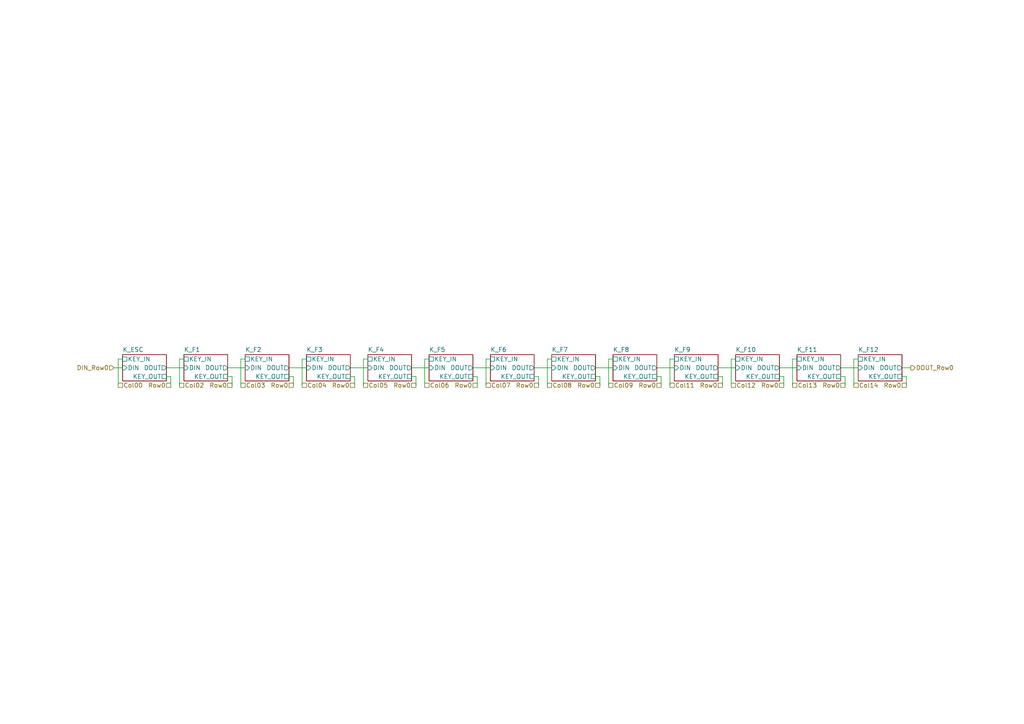
<source format=kicad_sch>
(kicad_sch
	(version 20250114)
	(generator "eeschema")
	(generator_version "9.0")
	(uuid "61007514-8ee9-4d93-bcbe-ed76de1ac2da")
	(paper "A4")
	(lib_symbols)
	(wire
		(pts
			(xy 209.55 109.22) (xy 209.55 111.76)
		)
		(stroke
			(width 0)
			(type default)
		)
		(uuid "058bc06c-b0ef-42a9-b44a-c28fd4d57a7f")
	)
	(wire
		(pts
			(xy 191.77 109.22) (xy 191.77 111.76)
		)
		(stroke
			(width 0)
			(type default)
		)
		(uuid "08b4944c-4101-4796-a787-faa543027d3a")
	)
	(wire
		(pts
			(xy 119.38 106.68) (xy 124.46 106.68)
		)
		(stroke
			(width 0)
			(type default)
		)
		(uuid "1458c1cc-852b-4f47-8d23-86fc4bfdae18")
	)
	(wire
		(pts
			(xy 49.53 109.22) (xy 49.53 111.76)
		)
		(stroke
			(width 0)
			(type default)
		)
		(uuid "160e3c62-2bf4-42bd-8bc6-5a2a1168e6a3")
	)
	(wire
		(pts
			(xy 212.09 104.14) (xy 213.36 104.14)
		)
		(stroke
			(width 0)
			(type default)
		)
		(uuid "1884bfdd-088a-4bfa-a8bc-efaf6410d2bf")
	)
	(wire
		(pts
			(xy 66.04 109.22) (xy 67.31 109.22)
		)
		(stroke
			(width 0)
			(type default)
		)
		(uuid "1b4037f6-1efa-4880-86e1-8c99af29670c")
	)
	(wire
		(pts
			(xy 194.31 104.14) (xy 195.58 104.14)
		)
		(stroke
			(width 0)
			(type default)
		)
		(uuid "1c7275dc-a298-4c92-8382-22d015405884")
	)
	(wire
		(pts
			(xy 48.26 109.22) (xy 49.53 109.22)
		)
		(stroke
			(width 0)
			(type default)
		)
		(uuid "2043878e-6c21-44a1-8df0-2b166c11432e")
	)
	(wire
		(pts
			(xy 83.82 109.22) (xy 85.09 109.22)
		)
		(stroke
			(width 0)
			(type default)
		)
		(uuid "24a05548-5aa3-4738-a15a-8539ac129a22")
	)
	(wire
		(pts
			(xy 212.09 104.14) (xy 212.09 111.76)
		)
		(stroke
			(width 0)
			(type default)
		)
		(uuid "2ad89ffe-8fa8-4966-aee0-5531914d8422")
	)
	(wire
		(pts
			(xy 261.62 109.22) (xy 262.89 109.22)
		)
		(stroke
			(width 0)
			(type default)
		)
		(uuid "2bce3b97-29f3-45de-b285-b6b8d7e3c560")
	)
	(wire
		(pts
			(xy 261.62 106.68) (xy 264.16 106.68)
		)
		(stroke
			(width 0)
			(type default)
		)
		(uuid "2facf3c9-928c-46a4-951f-5b91bc78a282")
	)
	(wire
		(pts
			(xy 226.06 109.22) (xy 227.33 109.22)
		)
		(stroke
			(width 0)
			(type default)
		)
		(uuid "3177d49f-d970-412a-a208-e805e2b14050")
	)
	(wire
		(pts
			(xy 140.97 104.14) (xy 140.97 111.76)
		)
		(stroke
			(width 0)
			(type default)
		)
		(uuid "3b337413-7ade-4494-99d1-f2d1a25181f5")
	)
	(wire
		(pts
			(xy 190.5 106.68) (xy 195.58 106.68)
		)
		(stroke
			(width 0)
			(type default)
		)
		(uuid "41ba9f42-63a2-4516-9934-aa812a64ea86")
	)
	(wire
		(pts
			(xy 247.65 104.14) (xy 248.92 104.14)
		)
		(stroke
			(width 0)
			(type default)
		)
		(uuid "429d45a9-d8d3-4483-a3a0-023367fec460")
	)
	(wire
		(pts
			(xy 245.11 109.22) (xy 245.11 111.76)
		)
		(stroke
			(width 0)
			(type default)
		)
		(uuid "439bfb2a-58f1-44b1-97bd-7f90b975eca8")
	)
	(wire
		(pts
			(xy 102.87 109.22) (xy 102.87 111.76)
		)
		(stroke
			(width 0)
			(type default)
		)
		(uuid "479168ff-7551-42ed-86ee-4da9c0e2ca17")
	)
	(wire
		(pts
			(xy 34.29 104.14) (xy 34.29 111.76)
		)
		(stroke
			(width 0)
			(type default)
		)
		(uuid "4a2e4365-4873-44a9-b217-fae43c2b3adb")
	)
	(wire
		(pts
			(xy 262.89 109.22) (xy 262.89 111.76)
		)
		(stroke
			(width 0)
			(type default)
		)
		(uuid "4baadaed-e328-43de-85cb-36653baea655")
	)
	(wire
		(pts
			(xy 172.72 109.22) (xy 173.99 109.22)
		)
		(stroke
			(width 0)
			(type default)
		)
		(uuid "4eab8ecd-e8de-42ef-b776-1c15e8947c6b")
	)
	(wire
		(pts
			(xy 69.85 104.14) (xy 69.85 111.76)
		)
		(stroke
			(width 0)
			(type default)
		)
		(uuid "5086b662-6b72-4ba1-b45e-5ed241f74c95")
	)
	(wire
		(pts
			(xy 140.97 104.14) (xy 142.24 104.14)
		)
		(stroke
			(width 0)
			(type default)
		)
		(uuid "516c670f-83dc-4aa2-9ab1-213e74707b0b")
	)
	(wire
		(pts
			(xy 229.87 104.14) (xy 231.14 104.14)
		)
		(stroke
			(width 0)
			(type default)
		)
		(uuid "54617d4c-7b4c-462c-802f-c492b41fd1c7")
	)
	(wire
		(pts
			(xy 120.65 109.22) (xy 120.65 111.76)
		)
		(stroke
			(width 0)
			(type default)
		)
		(uuid "547de19c-d293-4612-b6ef-8eda5a0cb3e9")
	)
	(wire
		(pts
			(xy 87.63 104.14) (xy 88.9 104.14)
		)
		(stroke
			(width 0)
			(type default)
		)
		(uuid "5b67ec1d-cc8f-4768-91d8-63cc4f769bee")
	)
	(wire
		(pts
			(xy 173.99 109.22) (xy 173.99 111.76)
		)
		(stroke
			(width 0)
			(type default)
		)
		(uuid "636730ec-eee0-4f0b-b657-a228ad7ef812")
	)
	(wire
		(pts
			(xy 158.75 104.14) (xy 160.02 104.14)
		)
		(stroke
			(width 0)
			(type default)
		)
		(uuid "65b335f6-211b-417a-9f1e-93e02c5233fd")
	)
	(wire
		(pts
			(xy 66.04 106.68) (xy 71.12 106.68)
		)
		(stroke
			(width 0)
			(type default)
		)
		(uuid "67a6ed52-dd90-4ce7-b6a0-396f2dfa569d")
	)
	(wire
		(pts
			(xy 227.33 109.22) (xy 227.33 111.76)
		)
		(stroke
			(width 0)
			(type default)
		)
		(uuid "6819d971-3f99-4b5f-8794-1ac59847774f")
	)
	(wire
		(pts
			(xy 52.07 104.14) (xy 53.34 104.14)
		)
		(stroke
			(width 0)
			(type default)
		)
		(uuid "6e7f9d51-2f7b-4e9b-96fd-205a75eb2bc5")
	)
	(wire
		(pts
			(xy 123.19 104.14) (xy 123.19 111.76)
		)
		(stroke
			(width 0)
			(type default)
		)
		(uuid "6ebc34c3-dab5-4983-ba28-837c214268f2")
	)
	(wire
		(pts
			(xy 105.41 104.14) (xy 105.41 111.76)
		)
		(stroke
			(width 0)
			(type default)
		)
		(uuid "7037ef29-5170-4db7-bbc4-2f7f1dbad217")
	)
	(wire
		(pts
			(xy 34.29 104.14) (xy 35.56 104.14)
		)
		(stroke
			(width 0)
			(type default)
		)
		(uuid "73672ebe-fe76-46ed-ace7-bf472e4c279b")
	)
	(wire
		(pts
			(xy 33.02 106.68) (xy 35.56 106.68)
		)
		(stroke
			(width 0)
			(type default)
		)
		(uuid "742e44c1-bac6-499c-82e7-1774fcb4494b")
	)
	(wire
		(pts
			(xy 156.21 109.22) (xy 156.21 111.76)
		)
		(stroke
			(width 0)
			(type default)
		)
		(uuid "74532ed6-8fed-41e9-befe-077929debde3")
	)
	(wire
		(pts
			(xy 138.43 109.22) (xy 138.43 111.76)
		)
		(stroke
			(width 0)
			(type default)
		)
		(uuid "7e3b710f-263a-446e-b166-d57ed3bbdfa5")
	)
	(wire
		(pts
			(xy 87.63 104.14) (xy 87.63 111.76)
		)
		(stroke
			(width 0)
			(type default)
		)
		(uuid "7f216ee8-5868-4287-8244-93a0b13fd80b")
	)
	(wire
		(pts
			(xy 176.53 104.14) (xy 176.53 111.76)
		)
		(stroke
			(width 0)
			(type default)
		)
		(uuid "7f8a3cad-d4da-4eda-bcf7-fa027bef44fc")
	)
	(wire
		(pts
			(xy 176.53 104.14) (xy 177.8 104.14)
		)
		(stroke
			(width 0)
			(type default)
		)
		(uuid "8953d015-254c-4c81-872a-0749b1b1a9ea")
	)
	(wire
		(pts
			(xy 101.6 109.22) (xy 102.87 109.22)
		)
		(stroke
			(width 0)
			(type default)
		)
		(uuid "90fa5091-4c42-47b9-a415-b3c308b676d9")
	)
	(wire
		(pts
			(xy 154.94 106.68) (xy 160.02 106.68)
		)
		(stroke
			(width 0)
			(type default)
		)
		(uuid "938acc20-4c52-4cba-8908-35d35c436f7c")
	)
	(wire
		(pts
			(xy 208.28 109.22) (xy 209.55 109.22)
		)
		(stroke
			(width 0)
			(type default)
		)
		(uuid "9547dc2b-fa2a-4de3-a785-885cee9b1c6e")
	)
	(wire
		(pts
			(xy 69.85 104.14) (xy 71.12 104.14)
		)
		(stroke
			(width 0)
			(type default)
		)
		(uuid "99a8df45-20e9-489a-8086-9710d229e005")
	)
	(wire
		(pts
			(xy 172.72 106.68) (xy 177.8 106.68)
		)
		(stroke
			(width 0)
			(type default)
		)
		(uuid "a4d12e1d-de82-42d6-8955-9d08b8124639")
	)
	(wire
		(pts
			(xy 105.41 104.14) (xy 106.68 104.14)
		)
		(stroke
			(width 0)
			(type default)
		)
		(uuid "aa5989d0-c0cb-4a9c-b98a-9e78d4413829")
	)
	(wire
		(pts
			(xy 137.16 109.22) (xy 138.43 109.22)
		)
		(stroke
			(width 0)
			(type default)
		)
		(uuid "ad0ca6d1-27e5-4012-9359-e00319f49e11")
	)
	(wire
		(pts
			(xy 158.75 104.14) (xy 158.75 111.76)
		)
		(stroke
			(width 0)
			(type default)
		)
		(uuid "ae6e3e1c-c3ff-4e10-a06b-4a0370244e9b")
	)
	(wire
		(pts
			(xy 226.06 106.68) (xy 231.14 106.68)
		)
		(stroke
			(width 0)
			(type default)
		)
		(uuid "b2fbe5dd-11bf-4f10-9876-67c264ced93d")
	)
	(wire
		(pts
			(xy 48.26 106.68) (xy 53.34 106.68)
		)
		(stroke
			(width 0)
			(type default)
		)
		(uuid "bd503f01-aed3-4e25-add8-c49318220b27")
	)
	(wire
		(pts
			(xy 137.16 106.68) (xy 142.24 106.68)
		)
		(stroke
			(width 0)
			(type default)
		)
		(uuid "be9d9fb4-4b07-464a-9a0e-73a4eecbeeba")
	)
	(wire
		(pts
			(xy 83.82 106.68) (xy 88.9 106.68)
		)
		(stroke
			(width 0)
			(type default)
		)
		(uuid "c778b205-3c17-4d2d-b931-293bbebe16b6")
	)
	(wire
		(pts
			(xy 119.38 109.22) (xy 120.65 109.22)
		)
		(stroke
			(width 0)
			(type default)
		)
		(uuid "c8ccf5e3-6863-41c0-9ac7-fcb1fe74f15e")
	)
	(wire
		(pts
			(xy 67.31 109.22) (xy 67.31 111.76)
		)
		(stroke
			(width 0)
			(type default)
		)
		(uuid "d0db5268-14c3-48a8-9b26-6e735f6eb3e3")
	)
	(wire
		(pts
			(xy 52.07 104.14) (xy 52.07 111.76)
		)
		(stroke
			(width 0)
			(type default)
		)
		(uuid "d354cc39-fb98-47ca-b215-648172761b6c")
	)
	(wire
		(pts
			(xy 243.84 106.68) (xy 248.92 106.68)
		)
		(stroke
			(width 0)
			(type default)
		)
		(uuid "d468dd25-e126-48ff-b2d1-4b0c7ad3983a")
	)
	(wire
		(pts
			(xy 101.6 106.68) (xy 106.68 106.68)
		)
		(stroke
			(width 0)
			(type default)
		)
		(uuid "d642ebc2-3968-4840-b950-194873934582")
	)
	(wire
		(pts
			(xy 194.31 104.14) (xy 194.31 111.76)
		)
		(stroke
			(width 0)
			(type default)
		)
		(uuid "dc57eb1e-cf66-4bae-9428-be363201bf02")
	)
	(wire
		(pts
			(xy 154.94 109.22) (xy 156.21 109.22)
		)
		(stroke
			(width 0)
			(type default)
		)
		(uuid "e188f1dd-25a0-4efc-ba64-ae7b9388e651")
	)
	(wire
		(pts
			(xy 247.65 104.14) (xy 247.65 111.76)
		)
		(stroke
			(width 0)
			(type default)
		)
		(uuid "e1c90694-a169-462b-a35b-34b8496f8467")
	)
	(wire
		(pts
			(xy 85.09 109.22) (xy 85.09 111.76)
		)
		(stroke
			(width 0)
			(type default)
		)
		(uuid "e8abf52f-d557-49bb-abad-7b70090d3d3c")
	)
	(wire
		(pts
			(xy 243.84 109.22) (xy 245.11 109.22)
		)
		(stroke
			(width 0)
			(type default)
		)
		(uuid "ea2a6f48-4441-4e0f-9e95-4ab5f82139a0")
	)
	(wire
		(pts
			(xy 229.87 104.14) (xy 229.87 111.76)
		)
		(stroke
			(width 0)
			(type default)
		)
		(uuid "ec1026d5-00c9-4f26-972e-3819a9e30055")
	)
	(wire
		(pts
			(xy 123.19 104.14) (xy 124.46 104.14)
		)
		(stroke
			(width 0)
			(type default)
		)
		(uuid "ecacbdce-4fce-475e-9544-03c887aa3db3")
	)
	(wire
		(pts
			(xy 190.5 109.22) (xy 191.77 109.22)
		)
		(stroke
			(width 0)
			(type default)
		)
		(uuid "f6098716-98a5-45d0-b3eb-57f215f9aca8")
	)
	(wire
		(pts
			(xy 208.28 106.68) (xy 213.36 106.68)
		)
		(stroke
			(width 0)
			(type default)
		)
		(uuid "f9293a6c-1e20-4335-bff8-0fcfda7e742c")
	)
	(hierarchical_label "Col12"
		(shape passive)
		(at 212.09 111.76 0)
		(effects
			(font
				(size 1.27 1.27)
			)
			(justify left)
		)
		(uuid "076f1447-1f97-4635-887b-fb503b9afc9d")
	)
	(hierarchical_label "Row0"
		(shape passive)
		(at 262.89 111.76 180)
		(effects
			(font
				(size 1.27 1.27)
			)
			(justify right)
		)
		(uuid "0e87c50c-b4ec-48f8-b1f0-261521774062")
	)
	(hierarchical_label "Col02"
		(shape passive)
		(at 52.07 111.76 0)
		(effects
			(font
				(size 1.27 1.27)
			)
			(justify left)
		)
		(uuid "14ee2a19-2d77-4e2d-a16f-12b528e50bbf")
	)
	(hierarchical_label "Row0"
		(shape passive)
		(at 138.43 111.76 180)
		(effects
			(font
				(size 1.27 1.27)
			)
			(justify right)
		)
		(uuid "261d499c-6942-4c15-9191-22f7d8911bf5")
	)
	(hierarchical_label "Col03"
		(shape passive)
		(at 69.85 111.76 0)
		(effects
			(font
				(size 1.27 1.27)
			)
			(justify left)
		)
		(uuid "2894c0e1-c93b-4e3c-88a6-384b905783eb")
	)
	(hierarchical_label "Row0"
		(shape passive)
		(at 156.21 111.76 180)
		(effects
			(font
				(size 1.27 1.27)
			)
			(justify right)
		)
		(uuid "3127256c-6d84-46d1-810d-478e3bb7d127")
	)
	(hierarchical_label "Row0"
		(shape passive)
		(at 85.09 111.76 180)
		(effects
			(font
				(size 1.27 1.27)
			)
			(justify right)
		)
		(uuid "3a32b70f-0c84-4a7c-bf22-cdcf8f59c37b")
	)
	(hierarchical_label "Col00"
		(shape passive)
		(at 34.29 111.76 0)
		(effects
			(font
				(size 1.27 1.27)
			)
			(justify left)
		)
		(uuid "4a55307b-1225-4cb7-a919-668d2703cf78")
	)
	(hierarchical_label "Col13"
		(shape passive)
		(at 229.87 111.76 0)
		(effects
			(font
				(size 1.27 1.27)
			)
			(justify left)
		)
		(uuid "524b62cf-6d49-40fa-9ae5-6fda1b79d09d")
	)
	(hierarchical_label "Row0"
		(shape passive)
		(at 49.53 111.76 180)
		(effects
			(font
				(size 1.27 1.27)
			)
			(justify right)
		)
		(uuid "6d7171f7-ea19-4d75-b79a-70ac31cc4883")
	)
	(hierarchical_label "Col06"
		(shape passive)
		(at 123.19 111.76 0)
		(effects
			(font
				(size 1.27 1.27)
			)
			(justify left)
		)
		(uuid "6f2e1784-f2d5-4858-a3b3-facf54731e22")
	)
	(hierarchical_label "Row0"
		(shape passive)
		(at 245.11 111.76 180)
		(effects
			(font
				(size 1.27 1.27)
			)
			(justify right)
		)
		(uuid "754d6852-4ef3-48f2-9f66-ce0203ad44ec")
	)
	(hierarchical_label "Row0"
		(shape passive)
		(at 102.87 111.76 180)
		(effects
			(font
				(size 1.27 1.27)
			)
			(justify right)
		)
		(uuid "868b7d34-f5c8-4e63-b567-50dbba84c707")
	)
	(hierarchical_label "Row0"
		(shape passive)
		(at 173.99 111.76 180)
		(effects
			(font
				(size 1.27 1.27)
			)
			(justify right)
		)
		(uuid "8eb9d8ab-c360-4ead-a7bb-2b1b77891de6")
	)
	(hierarchical_label "DIN_Row0"
		(shape input)
		(at 33.02 106.68 180)
		(effects
			(font
				(size 1.27 1.27)
			)
			(justify right)
		)
		(uuid "b3187ec6-52ca-4dee-a219-a6ae5c86bbb5")
	)
	(hierarchical_label "Col08"
		(shape passive)
		(at 158.75 111.76 0)
		(effects
			(font
				(size 1.27 1.27)
			)
			(justify left)
		)
		(uuid "bdd649ea-775e-4fa6-beab-1345ae2e0a9b")
	)
	(hierarchical_label "Col11"
		(shape passive)
		(at 194.31 111.76 0)
		(effects
			(font
				(size 1.27 1.27)
			)
			(justify left)
		)
		(uuid "c0021d37-c0b3-4b41-b1ac-50f9e60c1075")
	)
	(hierarchical_label "Row0"
		(shape passive)
		(at 67.31 111.76 180)
		(effects
			(font
				(size 1.27 1.27)
			)
			(justify right)
		)
		(uuid "c6334eaf-0bd7-49f8-8403-80f85b5f0b9a")
	)
	(hierarchical_label "Col07"
		(shape passive)
		(at 140.97 111.76 0)
		(effects
			(font
				(size 1.27 1.27)
			)
			(justify left)
		)
		(uuid "c95bc58a-3014-44e9-b1fd-e15a97bec035")
	)
	(hierarchical_label "Col04"
		(shape passive)
		(at 87.63 111.76 0)
		(effects
			(font
				(size 1.27 1.27)
			)
			(justify left)
		)
		(uuid "cc992a84-c376-4653-98fd-d184985d769e")
	)
	(hierarchical_label "Row0"
		(shape passive)
		(at 120.65 111.76 180)
		(effects
			(font
				(size 1.27 1.27)
			)
			(justify right)
		)
		(uuid "d0687974-d7af-4bf9-94a7-718c1883a27c")
	)
	(hierarchical_label "Row0"
		(shape passive)
		(at 191.77 111.76 180)
		(effects
			(font
				(size 1.27 1.27)
			)
			(justify right)
		)
		(uuid "da9c701d-44ae-4341-a0d2-8d0cacb894da")
	)
	(hierarchical_label "Col14"
		(shape passive)
		(at 247.65 111.76 0)
		(effects
			(font
				(size 1.27 1.27)
			)
			(justify left)
		)
		(uuid "dfeb40dc-e3b9-477f-9ab5-211da676c502")
	)
	(hierarchical_label "Row0"
		(shape passive)
		(at 209.55 111.76 180)
		(effects
			(font
				(size 1.27 1.27)
			)
			(justify right)
		)
		(uuid "e0a9d08b-0047-41e6-87ff-8850130d4f6a")
	)
	(hierarchical_label "Col05"
		(shape passive)
		(at 105.41 111.76 0)
		(effects
			(font
				(size 1.27 1.27)
			)
			(justify left)
		)
		(uuid "e587b344-40e2-4cae-81b5-328dcdfecc88")
	)
	(hierarchical_label "DOUT_Row0"
		(shape output)
		(at 264.16 106.68 0)
		(effects
			(font
				(size 1.27 1.27)
			)
			(justify left)
		)
		(uuid "e591c137-b70d-464e-8136-1c765382d5dc")
	)
	(hierarchical_label "Row0"
		(shape passive)
		(at 227.33 111.76 180)
		(effects
			(font
				(size 1.27 1.27)
			)
			(justify right)
		)
		(uuid "ebe89246-0336-4754-81f5-cd7cdaba868d")
	)
	(hierarchical_label "Col09"
		(shape passive)
		(at 176.53 111.76 0)
		(effects
			(font
				(size 1.27 1.27)
			)
			(justify left)
		)
		(uuid "f22b41a6-fe69-4d7f-8855-74f8fe095128")
	)
	(sheet
		(at 35.56 102.87)
		(size 12.7 7.62)
		(exclude_from_sim no)
		(in_bom yes)
		(on_board yes)
		(dnp no)
		(fields_autoplaced yes)
		(stroke
			(width 0.1524)
			(type solid)
		)
		(fill
			(color 0 0 0 0.0000)
		)
		(uuid "3dcbcb4f-87b9-46bc-9465-29513bb6a610")
		(property "Sheetname" "K_ESC"
			(at 35.56 102.1584 0)
			(effects
				(font
					(size 1.27 1.27)
				)
				(justify left bottom)
			)
		)
		(property "Sheetfile" "key_rgb.kicad_sch"
			(at 35.56 111.0746 0)
			(effects
				(font
					(size 1.27 1.27)
				)
				(justify left top)
				(hide yes)
			)
		)
		(pin "DIN" input
			(at 35.56 106.68 180)
			(uuid "250fa4cc-4ffa-4a02-bd7b-b0426486de47")
			(effects
				(font
					(size 1.27 1.27)
				)
				(justify left)
			)
		)
		(pin "DOUT" output
			(at 48.26 106.68 0)
			(uuid "019b9167-63d4-4fc2-bd68-53981f92677a")
			(effects
				(font
					(size 1.27 1.27)
				)
				(justify right)
			)
		)
		(pin "KEY_IN" passive
			(at 35.56 104.14 180)
			(uuid "d59d9513-9962-4ff3-bd04-5aa0496a04fc")
			(effects
				(font
					(size 1.27 1.27)
				)
				(justify left)
			)
		)
		(pin "KEY_OUT" passive
			(at 48.26 109.22 0)
			(uuid "42e11ba3-09b5-4ef6-9e9a-3512cbc31ed7")
			(effects
				(font
					(size 1.27 1.27)
				)
				(justify right)
			)
		)
		(instances
			(project "zmk-g915"
				(path "/ef112b03-6536-453f-8127-17d1495b48aa/45c5f3d6-3be9-46e6-9c92-280cf0e0d840/bea8e0d4-76e7-4b66-a500-16cb3e7deb71"
					(page "10")
				)
			)
		)
	)
	(sheet
		(at 53.34 102.87)
		(size 12.7 7.62)
		(exclude_from_sim no)
		(in_bom yes)
		(on_board yes)
		(dnp no)
		(fields_autoplaced yes)
		(stroke
			(width 0.1524)
			(type solid)
		)
		(fill
			(color 0 0 0 0.0000)
		)
		(uuid "5ff98178-65e0-42ed-9293-cc0c9d8a064c")
		(property "Sheetname" "K_F1"
			(at 53.34 102.1584 0)
			(effects
				(font
					(size 1.27 1.27)
				)
				(justify left bottom)
			)
		)
		(property "Sheetfile" "key_rgb.kicad_sch"
			(at 53.34 111.0746 0)
			(effects
				(font
					(size 1.27 1.27)
				)
				(justify left top)
				(hide yes)
			)
		)
		(pin "DIN" input
			(at 53.34 106.68 180)
			(uuid "acd61a66-8502-429f-bd3a-27e7a82628a2")
			(effects
				(font
					(size 1.27 1.27)
				)
				(justify left)
			)
		)
		(pin "DOUT" output
			(at 66.04 106.68 0)
			(uuid "16112609-937c-45e7-967f-2342a60d0b22")
			(effects
				(font
					(size 1.27 1.27)
				)
				(justify right)
			)
		)
		(pin "KEY_IN" passive
			(at 53.34 104.14 180)
			(uuid "94580943-1a4a-47e7-a09c-debb2ba609c4")
			(effects
				(font
					(size 1.27 1.27)
				)
				(justify left)
			)
		)
		(pin "KEY_OUT" passive
			(at 66.04 109.22 0)
			(uuid "f57484a1-53b5-4fb2-96d0-920379aebb10")
			(effects
				(font
					(size 1.27 1.27)
				)
				(justify right)
			)
		)
		(instances
			(project "zmk-g915"
				(path "/ef112b03-6536-453f-8127-17d1495b48aa/45c5f3d6-3be9-46e6-9c92-280cf0e0d840/bea8e0d4-76e7-4b66-a500-16cb3e7deb71"
					(page "11")
				)
			)
		)
	)
	(sheet
		(at 142.24 102.87)
		(size 12.7 7.62)
		(exclude_from_sim no)
		(in_bom yes)
		(on_board yes)
		(dnp no)
		(fields_autoplaced yes)
		(stroke
			(width 0.1524)
			(type solid)
		)
		(fill
			(color 0 0 0 0.0000)
		)
		(uuid "66a6f78c-c412-4f2b-bc0c-da418d94daa6")
		(property "Sheetname" "K_F6"
			(at 142.24 102.1584 0)
			(effects
				(font
					(size 1.27 1.27)
				)
				(justify left bottom)
			)
		)
		(property "Sheetfile" "key_rgb.kicad_sch"
			(at 142.24 111.0746 0)
			(effects
				(font
					(size 1.27 1.27)
				)
				(justify left top)
				(hide yes)
			)
		)
		(pin "DIN" input
			(at 142.24 106.68 180)
			(uuid "080f24e1-6434-408e-98db-a3e7a28c0794")
			(effects
				(font
					(size 1.27 1.27)
				)
				(justify left)
			)
		)
		(pin "DOUT" output
			(at 154.94 106.68 0)
			(uuid "2e5e29af-ce43-4750-aa65-067798ea5023")
			(effects
				(font
					(size 1.27 1.27)
				)
				(justify right)
			)
		)
		(pin "KEY_IN" passive
			(at 142.24 104.14 180)
			(uuid "c9d9193b-b022-43d0-8b0f-9b05fa2cdb2d")
			(effects
				(font
					(size 1.27 1.27)
				)
				(justify left)
			)
		)
		(pin "KEY_OUT" passive
			(at 154.94 109.22 0)
			(uuid "ca1b4eef-4d98-40de-8663-63ce22560c9a")
			(effects
				(font
					(size 1.27 1.27)
				)
				(justify right)
			)
		)
		(instances
			(project "zmk-g915"
				(path "/ef112b03-6536-453f-8127-17d1495b48aa/45c5f3d6-3be9-46e6-9c92-280cf0e0d840/bea8e0d4-76e7-4b66-a500-16cb3e7deb71"
					(page "16")
				)
			)
		)
	)
	(sheet
		(at 195.58 102.87)
		(size 12.7 7.62)
		(exclude_from_sim no)
		(in_bom yes)
		(on_board yes)
		(dnp no)
		(fields_autoplaced yes)
		(stroke
			(width 0.1524)
			(type solid)
		)
		(fill
			(color 0 0 0 0.0000)
		)
		(uuid "6d1c25a1-987d-4bdd-a4da-e19686a174cb")
		(property "Sheetname" "K_F9"
			(at 195.58 102.1584 0)
			(effects
				(font
					(size 1.27 1.27)
				)
				(justify left bottom)
			)
		)
		(property "Sheetfile" "key_rgb.kicad_sch"
			(at 195.58 111.0746 0)
			(effects
				(font
					(size 1.27 1.27)
				)
				(justify left top)
				(hide yes)
			)
		)
		(pin "DIN" input
			(at 195.58 106.68 180)
			(uuid "efa7803a-e0c9-4d46-af18-61c100539d6c")
			(effects
				(font
					(size 1.27 1.27)
				)
				(justify left)
			)
		)
		(pin "DOUT" output
			(at 208.28 106.68 0)
			(uuid "2085d36b-ed1f-4581-8f62-29622e96f9ee")
			(effects
				(font
					(size 1.27 1.27)
				)
				(justify right)
			)
		)
		(pin "KEY_IN" passive
			(at 195.58 104.14 180)
			(uuid "38be83b3-d0d7-4f45-9608-ac0b3465bc72")
			(effects
				(font
					(size 1.27 1.27)
				)
				(justify left)
			)
		)
		(pin "KEY_OUT" passive
			(at 208.28 109.22 0)
			(uuid "f7a89c7c-d0e9-4966-add5-7bc4b86891df")
			(effects
				(font
					(size 1.27 1.27)
				)
				(justify right)
			)
		)
		(instances
			(project "zmk-g915"
				(path "/ef112b03-6536-453f-8127-17d1495b48aa/45c5f3d6-3be9-46e6-9c92-280cf0e0d840/bea8e0d4-76e7-4b66-a500-16cb3e7deb71"
					(page "19")
				)
			)
		)
	)
	(sheet
		(at 160.02 102.87)
		(size 12.7 7.62)
		(exclude_from_sim no)
		(in_bom yes)
		(on_board yes)
		(dnp no)
		(fields_autoplaced yes)
		(stroke
			(width 0.1524)
			(type solid)
		)
		(fill
			(color 0 0 0 0.0000)
		)
		(uuid "79bd6058-99e0-4b94-840e-69ee9d90a25d")
		(property "Sheetname" "K_F7"
			(at 160.02 102.1584 0)
			(effects
				(font
					(size 1.27 1.27)
				)
				(justify left bottom)
			)
		)
		(property "Sheetfile" "key_rgb.kicad_sch"
			(at 160.02 111.0746 0)
			(effects
				(font
					(size 1.27 1.27)
				)
				(justify left top)
				(hide yes)
			)
		)
		(pin "DIN" input
			(at 160.02 106.68 180)
			(uuid "add624da-5f3e-45aa-a146-c04bee63f526")
			(effects
				(font
					(size 1.27 1.27)
				)
				(justify left)
			)
		)
		(pin "DOUT" output
			(at 172.72 106.68 0)
			(uuid "f1eec53c-94af-47a0-82eb-273360cebde6")
			(effects
				(font
					(size 1.27 1.27)
				)
				(justify right)
			)
		)
		(pin "KEY_IN" passive
			(at 160.02 104.14 180)
			(uuid "840ae731-e866-4651-98cd-89a2fd886c7c")
			(effects
				(font
					(size 1.27 1.27)
				)
				(justify left)
			)
		)
		(pin "KEY_OUT" passive
			(at 172.72 109.22 0)
			(uuid "841dc10e-28ed-4710-b618-7e6813d18764")
			(effects
				(font
					(size 1.27 1.27)
				)
				(justify right)
			)
		)
		(instances
			(project "zmk-g915"
				(path "/ef112b03-6536-453f-8127-17d1495b48aa/45c5f3d6-3be9-46e6-9c92-280cf0e0d840/bea8e0d4-76e7-4b66-a500-16cb3e7deb71"
					(page "17")
				)
			)
		)
	)
	(sheet
		(at 88.9 102.87)
		(size 12.7 7.62)
		(exclude_from_sim no)
		(in_bom yes)
		(on_board yes)
		(dnp no)
		(fields_autoplaced yes)
		(stroke
			(width 0.1524)
			(type solid)
		)
		(fill
			(color 0 0 0 0.0000)
		)
		(uuid "9652278c-5be5-4eb3-8c3d-671de3112780")
		(property "Sheetname" "K_F3"
			(at 88.9 102.1584 0)
			(effects
				(font
					(size 1.27 1.27)
				)
				(justify left bottom)
			)
		)
		(property "Sheetfile" "key_rgb.kicad_sch"
			(at 88.9 111.0746 0)
			(effects
				(font
					(size 1.27 1.27)
				)
				(justify left top)
				(hide yes)
			)
		)
		(pin "DIN" input
			(at 88.9 106.68 180)
			(uuid "63a4129a-f405-4073-a543-a54bf855584a")
			(effects
				(font
					(size 1.27 1.27)
				)
				(justify left)
			)
		)
		(pin "DOUT" output
			(at 101.6 106.68 0)
			(uuid "415a9185-681e-4e4a-b966-ffd33667e35d")
			(effects
				(font
					(size 1.27 1.27)
				)
				(justify right)
			)
		)
		(pin "KEY_IN" passive
			(at 88.9 104.14 180)
			(uuid "ac8e982a-a0f8-49b7-9b84-8d078f40dd30")
			(effects
				(font
					(size 1.27 1.27)
				)
				(justify left)
			)
		)
		(pin "KEY_OUT" passive
			(at 101.6 109.22 0)
			(uuid "e6dd7240-773d-488f-af3f-d4f5643e0a8a")
			(effects
				(font
					(size 1.27 1.27)
				)
				(justify right)
			)
		)
		(instances
			(project "zmk-g915"
				(path "/ef112b03-6536-453f-8127-17d1495b48aa/45c5f3d6-3be9-46e6-9c92-280cf0e0d840/bea8e0d4-76e7-4b66-a500-16cb3e7deb71"
					(page "13")
				)
			)
		)
	)
	(sheet
		(at 177.8 102.87)
		(size 12.7 7.62)
		(exclude_from_sim no)
		(in_bom yes)
		(on_board yes)
		(dnp no)
		(fields_autoplaced yes)
		(stroke
			(width 0.1524)
			(type solid)
		)
		(fill
			(color 0 0 0 0.0000)
		)
		(uuid "bac756b3-963f-41d5-ba9e-44accc0df49e")
		(property "Sheetname" "K_F8"
			(at 177.8 102.1584 0)
			(effects
				(font
					(size 1.27 1.27)
				)
				(justify left bottom)
			)
		)
		(property "Sheetfile" "key_rgb.kicad_sch"
			(at 177.8 111.0746 0)
			(effects
				(font
					(size 1.27 1.27)
				)
				(justify left top)
				(hide yes)
			)
		)
		(pin "DIN" input
			(at 177.8 106.68 180)
			(uuid "e1c4b329-e2f0-474c-a9e4-5a60074f95dd")
			(effects
				(font
					(size 1.27 1.27)
				)
				(justify left)
			)
		)
		(pin "DOUT" output
			(at 190.5 106.68 0)
			(uuid "e9c281fe-5255-4039-a2e9-bacfe6e3d937")
			(effects
				(font
					(size 1.27 1.27)
				)
				(justify right)
			)
		)
		(pin "KEY_IN" passive
			(at 177.8 104.14 180)
			(uuid "f36701c8-6192-454c-95a7-8f06619b250a")
			(effects
				(font
					(size 1.27 1.27)
				)
				(justify left)
			)
		)
		(pin "KEY_OUT" passive
			(at 190.5 109.22 0)
			(uuid "33759feb-c752-4a9f-b4a0-e58e2d53e247")
			(effects
				(font
					(size 1.27 1.27)
				)
				(justify right)
			)
		)
		(instances
			(project "zmk-g915"
				(path "/ef112b03-6536-453f-8127-17d1495b48aa/45c5f3d6-3be9-46e6-9c92-280cf0e0d840/bea8e0d4-76e7-4b66-a500-16cb3e7deb71"
					(page "18")
				)
			)
		)
	)
	(sheet
		(at 231.14 102.87)
		(size 12.7 7.62)
		(exclude_from_sim no)
		(in_bom yes)
		(on_board yes)
		(dnp no)
		(fields_autoplaced yes)
		(stroke
			(width 0.1524)
			(type solid)
		)
		(fill
			(color 0 0 0 0.0000)
		)
		(uuid "bcddf06b-bd2a-40c7-a40d-d1a608b3043d")
		(property "Sheetname" "K_F11"
			(at 231.14 102.1584 0)
			(effects
				(font
					(size 1.27 1.27)
				)
				(justify left bottom)
			)
		)
		(property "Sheetfile" "key_rgb.kicad_sch"
			(at 231.14 111.0746 0)
			(effects
				(font
					(size 1.27 1.27)
				)
				(justify left top)
				(hide yes)
			)
		)
		(pin "DIN" input
			(at 231.14 106.68 180)
			(uuid "c2308621-319a-4274-b478-f7a1005a0af6")
			(effects
				(font
					(size 1.27 1.27)
				)
				(justify left)
			)
		)
		(pin "DOUT" output
			(at 243.84 106.68 0)
			(uuid "b625eab6-3c8b-410a-bf00-2c5a86fd5ba8")
			(effects
				(font
					(size 1.27 1.27)
				)
				(justify right)
			)
		)
		(pin "KEY_IN" passive
			(at 231.14 104.14 180)
			(uuid "c5006250-0944-43af-832a-41586477c3dd")
			(effects
				(font
					(size 1.27 1.27)
				)
				(justify left)
			)
		)
		(pin "KEY_OUT" passive
			(at 243.84 109.22 0)
			(uuid "a6393a72-a930-469e-ba8e-a7b11f734fa8")
			(effects
				(font
					(size 1.27 1.27)
				)
				(justify right)
			)
		)
		(instances
			(project "zmk-g915"
				(path "/ef112b03-6536-453f-8127-17d1495b48aa/45c5f3d6-3be9-46e6-9c92-280cf0e0d840/bea8e0d4-76e7-4b66-a500-16cb3e7deb71"
					(page "21")
				)
			)
		)
	)
	(sheet
		(at 106.68 102.87)
		(size 12.7 7.62)
		(exclude_from_sim no)
		(in_bom yes)
		(on_board yes)
		(dnp no)
		(fields_autoplaced yes)
		(stroke
			(width 0.1524)
			(type solid)
		)
		(fill
			(color 0 0 0 0.0000)
		)
		(uuid "cb31c534-8661-4bf6-b442-7982d9f8a172")
		(property "Sheetname" "K_F4"
			(at 106.68 102.1584 0)
			(effects
				(font
					(size 1.27 1.27)
				)
				(justify left bottom)
			)
		)
		(property "Sheetfile" "key_rgb.kicad_sch"
			(at 106.68 111.0746 0)
			(effects
				(font
					(size 1.27 1.27)
				)
				(justify left top)
				(hide yes)
			)
		)
		(pin "DIN" input
			(at 106.68 106.68 180)
			(uuid "67f192bb-827e-4020-b567-29a65f7828da")
			(effects
				(font
					(size 1.27 1.27)
				)
				(justify left)
			)
		)
		(pin "DOUT" output
			(at 119.38 106.68 0)
			(uuid "ef682704-2d44-4aaf-947a-52b822883f8b")
			(effects
				(font
					(size 1.27 1.27)
				)
				(justify right)
			)
		)
		(pin "KEY_IN" passive
			(at 106.68 104.14 180)
			(uuid "1e95a879-8bd3-4965-9197-cde87cbc36f3")
			(effects
				(font
					(size 1.27 1.27)
				)
				(justify left)
			)
		)
		(pin "KEY_OUT" passive
			(at 119.38 109.22 0)
			(uuid "ff126e66-3bf2-4543-ba76-f07a1588f9a4")
			(effects
				(font
					(size 1.27 1.27)
				)
				(justify right)
			)
		)
		(instances
			(project "zmk-g915"
				(path "/ef112b03-6536-453f-8127-17d1495b48aa/45c5f3d6-3be9-46e6-9c92-280cf0e0d840/bea8e0d4-76e7-4b66-a500-16cb3e7deb71"
					(page "14")
				)
			)
		)
	)
	(sheet
		(at 213.36 102.87)
		(size 12.7 7.62)
		(exclude_from_sim no)
		(in_bom yes)
		(on_board yes)
		(dnp no)
		(fields_autoplaced yes)
		(stroke
			(width 0.1524)
			(type solid)
		)
		(fill
			(color 0 0 0 0.0000)
		)
		(uuid "d4267ee5-d453-415c-844f-6ae0c68662b9")
		(property "Sheetname" "K_F10"
			(at 213.36 102.1584 0)
			(effects
				(font
					(size 1.27 1.27)
				)
				(justify left bottom)
			)
		)
		(property "Sheetfile" "key_rgb.kicad_sch"
			(at 213.36 111.0746 0)
			(effects
				(font
					(size 1.27 1.27)
				)
				(justify left top)
				(hide yes)
			)
		)
		(pin "DIN" input
			(at 213.36 106.68 180)
			(uuid "e127626c-bc34-4acc-84e6-dfd03b74383c")
			(effects
				(font
					(size 1.27 1.27)
				)
				(justify left)
			)
		)
		(pin "DOUT" output
			(at 226.06 106.68 0)
			(uuid "668914a6-3094-42b9-90ab-20f7396dc16e")
			(effects
				(font
					(size 1.27 1.27)
				)
				(justify right)
			)
		)
		(pin "KEY_IN" passive
			(at 213.36 104.14 180)
			(uuid "09a0b13e-f3aa-4af3-92e1-c66d86745442")
			(effects
				(font
					(size 1.27 1.27)
				)
				(justify left)
			)
		)
		(pin "KEY_OUT" passive
			(at 226.06 109.22 0)
			(uuid "87a00a97-a103-4618-ab4a-4c83e5fa6857")
			(effects
				(font
					(size 1.27 1.27)
				)
				(justify right)
			)
		)
		(instances
			(project "zmk-g915"
				(path "/ef112b03-6536-453f-8127-17d1495b48aa/45c5f3d6-3be9-46e6-9c92-280cf0e0d840/bea8e0d4-76e7-4b66-a500-16cb3e7deb71"
					(page "20")
				)
			)
		)
	)
	(sheet
		(at 71.12 102.87)
		(size 12.7 7.62)
		(exclude_from_sim no)
		(in_bom yes)
		(on_board yes)
		(dnp no)
		(fields_autoplaced yes)
		(stroke
			(width 0.1524)
			(type solid)
		)
		(fill
			(color 0 0 0 0.0000)
		)
		(uuid "e43fed85-9def-49d6-8951-0e9942e7f024")
		(property "Sheetname" "K_F2"
			(at 71.12 102.1584 0)
			(effects
				(font
					(size 1.27 1.27)
				)
				(justify left bottom)
			)
		)
		(property "Sheetfile" "key_rgb.kicad_sch"
			(at 71.12 111.0746 0)
			(effects
				(font
					(size 1.27 1.27)
				)
				(justify left top)
				(hide yes)
			)
		)
		(pin "DIN" input
			(at 71.12 106.68 180)
			(uuid "8dc94e74-a2fb-40e5-a8bd-6dd5f7c730d8")
			(effects
				(font
					(size 1.27 1.27)
				)
				(justify left)
			)
		)
		(pin "DOUT" output
			(at 83.82 106.68 0)
			(uuid "45b611f5-76ad-41a5-a5e3-28e59e1645d3")
			(effects
				(font
					(size 1.27 1.27)
				)
				(justify right)
			)
		)
		(pin "KEY_IN" passive
			(at 71.12 104.14 180)
			(uuid "3269acc7-c905-471d-92f0-3985699f0daf")
			(effects
				(font
					(size 1.27 1.27)
				)
				(justify left)
			)
		)
		(pin "KEY_OUT" passive
			(at 83.82 109.22 0)
			(uuid "855c4b2d-fb17-4551-a718-266b333f1888")
			(effects
				(font
					(size 1.27 1.27)
				)
				(justify right)
			)
		)
		(instances
			(project "zmk-g915"
				(path "/ef112b03-6536-453f-8127-17d1495b48aa/45c5f3d6-3be9-46e6-9c92-280cf0e0d840/bea8e0d4-76e7-4b66-a500-16cb3e7deb71"
					(page "12")
				)
			)
		)
	)
	(sheet
		(at 124.46 102.87)
		(size 12.7 7.62)
		(exclude_from_sim no)
		(in_bom yes)
		(on_board yes)
		(dnp no)
		(fields_autoplaced yes)
		(stroke
			(width 0.1524)
			(type solid)
		)
		(fill
			(color 0 0 0 0.0000)
		)
		(uuid "f4dcb290-e680-4305-968e-22211a749524")
		(property "Sheetname" "K_F5"
			(at 124.46 102.1584 0)
			(effects
				(font
					(size 1.27 1.27)
				)
				(justify left bottom)
			)
		)
		(property "Sheetfile" "key_rgb.kicad_sch"
			(at 124.46 111.0746 0)
			(effects
				(font
					(size 1.27 1.27)
				)
				(justify left top)
				(hide yes)
			)
		)
		(pin "DIN" input
			(at 124.46 106.68 180)
			(uuid "ee9ae9c6-e07d-4f5b-846e-f32f14fb05a8")
			(effects
				(font
					(size 1.27 1.27)
				)
				(justify left)
			)
		)
		(pin "DOUT" output
			(at 137.16 106.68 0)
			(uuid "d81ed628-7a24-42e9-8679-73b8449fa332")
			(effects
				(font
					(size 1.27 1.27)
				)
				(justify right)
			)
		)
		(pin "KEY_IN" passive
			(at 124.46 104.14 180)
			(uuid "4a4853c3-1f17-4f28-953c-c1c846cb600f")
			(effects
				(font
					(size 1.27 1.27)
				)
				(justify left)
			)
		)
		(pin "KEY_OUT" passive
			(at 137.16 109.22 0)
			(uuid "c7b97e80-364f-4acd-b3b2-2fa0b67cb736")
			(effects
				(font
					(size 1.27 1.27)
				)
				(justify right)
			)
		)
		(instances
			(project "zmk-g915"
				(path "/ef112b03-6536-453f-8127-17d1495b48aa/45c5f3d6-3be9-46e6-9c92-280cf0e0d840/bea8e0d4-76e7-4b66-a500-16cb3e7deb71"
					(page "15")
				)
			)
		)
	)
	(sheet
		(at 248.92 102.87)
		(size 12.7 7.62)
		(exclude_from_sim no)
		(in_bom yes)
		(on_board yes)
		(dnp no)
		(fields_autoplaced yes)
		(stroke
			(width 0.1524)
			(type solid)
		)
		(fill
			(color 0 0 0 0.0000)
		)
		(uuid "faefe258-ac4a-473d-af5a-1fb4db0613fc")
		(property "Sheetname" "K_F12"
			(at 248.92 102.1584 0)
			(effects
				(font
					(size 1.27 1.27)
				)
				(justify left bottom)
			)
		)
		(property "Sheetfile" "key_rgb.kicad_sch"
			(at 248.92 111.0746 0)
			(effects
				(font
					(size 1.27 1.27)
				)
				(justify left top)
				(hide yes)
			)
		)
		(pin "DIN" input
			(at 248.92 106.68 180)
			(uuid "9221753d-d867-48db-8505-a8a3ffe8acca")
			(effects
				(font
					(size 1.27 1.27)
				)
				(justify left)
			)
		)
		(pin "DOUT" output
			(at 261.62 106.68 0)
			(uuid "b0e7fa31-bdfe-4be5-895f-f9907dc4d55d")
			(effects
				(font
					(size 1.27 1.27)
				)
				(justify right)
			)
		)
		(pin "KEY_IN" passive
			(at 248.92 104.14 180)
			(uuid "9665cc44-12dc-473e-9ba3-464376b749f5")
			(effects
				(font
					(size 1.27 1.27)
				)
				(justify left)
			)
		)
		(pin "KEY_OUT" passive
			(at 261.62 109.22 0)
			(uuid "b4866be1-9afb-4fb0-830a-bd2cd4ed8913")
			(effects
				(font
					(size 1.27 1.27)
				)
				(justify right)
			)
		)
		(instances
			(project "zmk-g915"
				(path "/ef112b03-6536-453f-8127-17d1495b48aa/45c5f3d6-3be9-46e6-9c92-280cf0e0d840/bea8e0d4-76e7-4b66-a500-16cb3e7deb71"
					(page "22")
				)
			)
		)
	)
)

</source>
